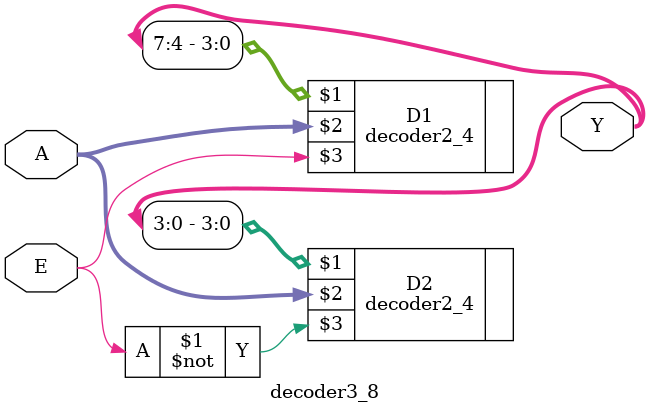
<source format=v>
module decoder3_8(Y,A,E);

input [1:0]A;
input E;
output [7:0]Y;
decoder2_4 D1(Y[7:4],A[1:0],E);
decoder2_4 D2(Y[3:0],A[1:0],~E);
endmodule


</source>
